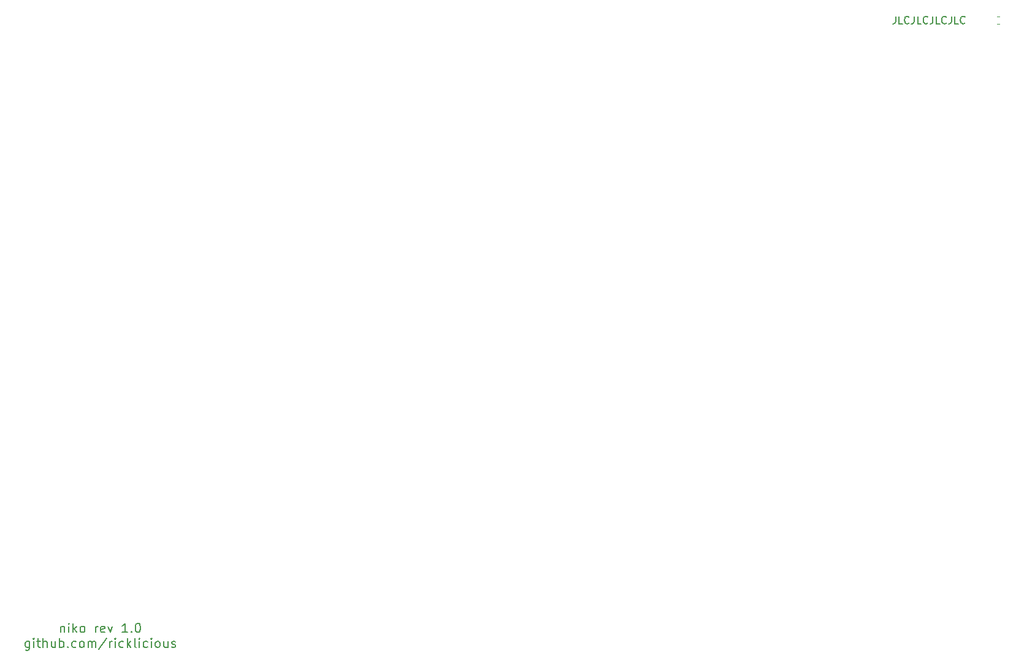
<source format=gbr>
G04 #@! TF.GenerationSoftware,KiCad,Pcbnew,(5.1.4-0)*
G04 #@! TF.CreationDate,2021-11-04T11:38:30-05:00*
G04 #@! TF.ProjectId,bottom_plate,626f7474-6f6d-45f7-906c-6174652e6b69,rev?*
G04 #@! TF.SameCoordinates,Original*
G04 #@! TF.FileFunction,Legend,Top*
G04 #@! TF.FilePolarity,Positive*
%FSLAX46Y46*%
G04 Gerber Fmt 4.6, Leading zero omitted, Abs format (unit mm)*
G04 Created by KiCad (PCBNEW (5.1.4-0)) date 2021-11-04 11:38:30*
%MOMM*%
%LPD*%
G04 APERTURE LIST*
%ADD10C,0.150000*%
%ADD11C,0.200000*%
%ADD12C,0.120000*%
G04 APERTURE END LIST*
D10*
X307326237Y-99465090D02*
X307326237Y-100179376D01*
X307278618Y-100322233D01*
X307183380Y-100417471D01*
X307040523Y-100465090D01*
X306945285Y-100465090D01*
X308278618Y-100465090D02*
X307802427Y-100465090D01*
X307802427Y-99465090D01*
X309183380Y-100369852D02*
X309135761Y-100417471D01*
X308992904Y-100465090D01*
X308897665Y-100465090D01*
X308754808Y-100417471D01*
X308659570Y-100322233D01*
X308611951Y-100226995D01*
X308564332Y-100036519D01*
X308564332Y-99893662D01*
X308611951Y-99703186D01*
X308659570Y-99607948D01*
X308754808Y-99512710D01*
X308897665Y-99465090D01*
X308992904Y-99465090D01*
X309135761Y-99512710D01*
X309183380Y-99560329D01*
X309897665Y-99465090D02*
X309897665Y-100179376D01*
X309850046Y-100322233D01*
X309754808Y-100417471D01*
X309611951Y-100465090D01*
X309516713Y-100465090D01*
X310850046Y-100465090D02*
X310373856Y-100465090D01*
X310373856Y-99465090D01*
X311754808Y-100369852D02*
X311707189Y-100417471D01*
X311564332Y-100465090D01*
X311469094Y-100465090D01*
X311326237Y-100417471D01*
X311230999Y-100322233D01*
X311183380Y-100226995D01*
X311135761Y-100036519D01*
X311135761Y-99893662D01*
X311183380Y-99703186D01*
X311230999Y-99607948D01*
X311326237Y-99512710D01*
X311469094Y-99465090D01*
X311564332Y-99465090D01*
X311707189Y-99512710D01*
X311754808Y-99560329D01*
X312469094Y-99465090D02*
X312469094Y-100179376D01*
X312421475Y-100322233D01*
X312326237Y-100417471D01*
X312183380Y-100465090D01*
X312088142Y-100465090D01*
X313421475Y-100465090D02*
X312945285Y-100465090D01*
X312945285Y-99465090D01*
X314326237Y-100369852D02*
X314278618Y-100417471D01*
X314135761Y-100465090D01*
X314040523Y-100465090D01*
X313897665Y-100417471D01*
X313802427Y-100322233D01*
X313754808Y-100226995D01*
X313707189Y-100036519D01*
X313707189Y-99893662D01*
X313754808Y-99703186D01*
X313802427Y-99607948D01*
X313897665Y-99512710D01*
X314040523Y-99465090D01*
X314135761Y-99465090D01*
X314278618Y-99512710D01*
X314326237Y-99560329D01*
X315040523Y-99465090D02*
X315040523Y-100179376D01*
X314992904Y-100322233D01*
X314897665Y-100417471D01*
X314754808Y-100465090D01*
X314659570Y-100465090D01*
X315992904Y-100465090D02*
X315516713Y-100465090D01*
X315516713Y-99465090D01*
X316897665Y-100369852D02*
X316850046Y-100417471D01*
X316707189Y-100465090D01*
X316611951Y-100465090D01*
X316469094Y-100417471D01*
X316373856Y-100322233D01*
X316326237Y-100226995D01*
X316278618Y-100036519D01*
X316278618Y-99893662D01*
X316326237Y-99703186D01*
X316373856Y-99607948D01*
X316469094Y-99512710D01*
X316611951Y-99465090D01*
X316707189Y-99465090D01*
X316850046Y-99512710D01*
X316897665Y-99560329D01*
D11*
X192047219Y-183701102D02*
X192047219Y-184534436D01*
X192047219Y-183820150D02*
X192106743Y-183760626D01*
X192225790Y-183701102D01*
X192404362Y-183701102D01*
X192523410Y-183760626D01*
X192582933Y-183879674D01*
X192582933Y-184534436D01*
X193178171Y-184534436D02*
X193178171Y-183701102D01*
X193178171Y-183284436D02*
X193118648Y-183343960D01*
X193178171Y-183403483D01*
X193237695Y-183343960D01*
X193178171Y-183284436D01*
X193178171Y-183403483D01*
X193773410Y-184534436D02*
X193773410Y-183284436D01*
X193892457Y-184058245D02*
X194249600Y-184534436D01*
X194249600Y-183701102D02*
X193773410Y-184177293D01*
X194963886Y-184534436D02*
X194844838Y-184474912D01*
X194785314Y-184415388D01*
X194725790Y-184296340D01*
X194725790Y-183939198D01*
X194785314Y-183820150D01*
X194844838Y-183760626D01*
X194963886Y-183701102D01*
X195142457Y-183701102D01*
X195261505Y-183760626D01*
X195321029Y-183820150D01*
X195380552Y-183939198D01*
X195380552Y-184296340D01*
X195321029Y-184415388D01*
X195261505Y-184474912D01*
X195142457Y-184534436D01*
X194963886Y-184534436D01*
X196868648Y-184534436D02*
X196868648Y-183701102D01*
X196868648Y-183939198D02*
X196928171Y-183820150D01*
X196987695Y-183760626D01*
X197106743Y-183701102D01*
X197225790Y-183701102D01*
X198118648Y-184474912D02*
X197999600Y-184534436D01*
X197761505Y-184534436D01*
X197642457Y-184474912D01*
X197582933Y-184355864D01*
X197582933Y-183879674D01*
X197642457Y-183760626D01*
X197761505Y-183701102D01*
X197999600Y-183701102D01*
X198118648Y-183760626D01*
X198178171Y-183879674D01*
X198178171Y-183998721D01*
X197582933Y-184117769D01*
X198594838Y-183701102D02*
X198892457Y-184534436D01*
X199190076Y-183701102D01*
X201273410Y-184534436D02*
X200559124Y-184534436D01*
X200916267Y-184534436D02*
X200916267Y-183284436D01*
X200797219Y-183463007D01*
X200678171Y-183582055D01*
X200559124Y-183641579D01*
X201809124Y-184415388D02*
X201868648Y-184474912D01*
X201809124Y-184534436D01*
X201749600Y-184474912D01*
X201809124Y-184415388D01*
X201809124Y-184534436D01*
X202642457Y-183284436D02*
X202761505Y-183284436D01*
X202880552Y-183343960D01*
X202940076Y-183403483D01*
X202999600Y-183522531D01*
X203059124Y-183760626D01*
X203059124Y-184058245D01*
X202999600Y-184296340D01*
X202940076Y-184415388D01*
X202880552Y-184474912D01*
X202761505Y-184534436D01*
X202642457Y-184534436D01*
X202523410Y-184474912D01*
X202463886Y-184415388D01*
X202404362Y-184296340D01*
X202344838Y-184058245D01*
X202344838Y-183760626D01*
X202404362Y-183522531D01*
X202463886Y-183403483D01*
X202523410Y-183343960D01*
X202642457Y-183284436D01*
X187731743Y-185776102D02*
X187731743Y-186788007D01*
X187672219Y-186907055D01*
X187612695Y-186966579D01*
X187493648Y-187026102D01*
X187315076Y-187026102D01*
X187196029Y-186966579D01*
X187731743Y-186549912D02*
X187612695Y-186609436D01*
X187374600Y-186609436D01*
X187255552Y-186549912D01*
X187196029Y-186490388D01*
X187136505Y-186371340D01*
X187136505Y-186014198D01*
X187196029Y-185895150D01*
X187255552Y-185835626D01*
X187374600Y-185776102D01*
X187612695Y-185776102D01*
X187731743Y-185835626D01*
X188326981Y-186609436D02*
X188326981Y-185776102D01*
X188326981Y-185359436D02*
X188267457Y-185418960D01*
X188326981Y-185478483D01*
X188386505Y-185418960D01*
X188326981Y-185359436D01*
X188326981Y-185478483D01*
X188743648Y-185776102D02*
X189219838Y-185776102D01*
X188922219Y-185359436D02*
X188922219Y-186430864D01*
X188981743Y-186549912D01*
X189100790Y-186609436D01*
X189219838Y-186609436D01*
X189636505Y-186609436D02*
X189636505Y-185359436D01*
X190172219Y-186609436D02*
X190172219Y-185954674D01*
X190112695Y-185835626D01*
X189993648Y-185776102D01*
X189815076Y-185776102D01*
X189696029Y-185835626D01*
X189636505Y-185895150D01*
X191303171Y-185776102D02*
X191303171Y-186609436D01*
X190767457Y-185776102D02*
X190767457Y-186430864D01*
X190826981Y-186549912D01*
X190946029Y-186609436D01*
X191124600Y-186609436D01*
X191243648Y-186549912D01*
X191303171Y-186490388D01*
X191898410Y-186609436D02*
X191898410Y-185359436D01*
X191898410Y-185835626D02*
X192017457Y-185776102D01*
X192255552Y-185776102D01*
X192374600Y-185835626D01*
X192434124Y-185895150D01*
X192493648Y-186014198D01*
X192493648Y-186371340D01*
X192434124Y-186490388D01*
X192374600Y-186549912D01*
X192255552Y-186609436D01*
X192017457Y-186609436D01*
X191898410Y-186549912D01*
X193029362Y-186490388D02*
X193088886Y-186549912D01*
X193029362Y-186609436D01*
X192969838Y-186549912D01*
X193029362Y-186490388D01*
X193029362Y-186609436D01*
X194160314Y-186549912D02*
X194041267Y-186609436D01*
X193803171Y-186609436D01*
X193684124Y-186549912D01*
X193624600Y-186490388D01*
X193565076Y-186371340D01*
X193565076Y-186014198D01*
X193624600Y-185895150D01*
X193684124Y-185835626D01*
X193803171Y-185776102D01*
X194041267Y-185776102D01*
X194160314Y-185835626D01*
X194874600Y-186609436D02*
X194755552Y-186549912D01*
X194696029Y-186490388D01*
X194636505Y-186371340D01*
X194636505Y-186014198D01*
X194696029Y-185895150D01*
X194755552Y-185835626D01*
X194874600Y-185776102D01*
X195053171Y-185776102D01*
X195172219Y-185835626D01*
X195231743Y-185895150D01*
X195291267Y-186014198D01*
X195291267Y-186371340D01*
X195231743Y-186490388D01*
X195172219Y-186549912D01*
X195053171Y-186609436D01*
X194874600Y-186609436D01*
X195826981Y-186609436D02*
X195826981Y-185776102D01*
X195826981Y-185895150D02*
X195886505Y-185835626D01*
X196005552Y-185776102D01*
X196184124Y-185776102D01*
X196303171Y-185835626D01*
X196362695Y-185954674D01*
X196362695Y-186609436D01*
X196362695Y-185954674D02*
X196422219Y-185835626D01*
X196541267Y-185776102D01*
X196719838Y-185776102D01*
X196838886Y-185835626D01*
X196898410Y-185954674D01*
X196898410Y-186609436D01*
X198386505Y-185299912D02*
X197315076Y-186907055D01*
X198803171Y-186609436D02*
X198803171Y-185776102D01*
X198803171Y-186014198D02*
X198862695Y-185895150D01*
X198922219Y-185835626D01*
X199041267Y-185776102D01*
X199160314Y-185776102D01*
X199576981Y-186609436D02*
X199576981Y-185776102D01*
X199576981Y-185359436D02*
X199517457Y-185418960D01*
X199576981Y-185478483D01*
X199636505Y-185418960D01*
X199576981Y-185359436D01*
X199576981Y-185478483D01*
X200707933Y-186549912D02*
X200588886Y-186609436D01*
X200350790Y-186609436D01*
X200231743Y-186549912D01*
X200172219Y-186490388D01*
X200112695Y-186371340D01*
X200112695Y-186014198D01*
X200172219Y-185895150D01*
X200231743Y-185835626D01*
X200350790Y-185776102D01*
X200588886Y-185776102D01*
X200707933Y-185835626D01*
X201243648Y-186609436D02*
X201243648Y-185359436D01*
X201362695Y-186133245D02*
X201719838Y-186609436D01*
X201719838Y-185776102D02*
X201243648Y-186252293D01*
X202434124Y-186609436D02*
X202315076Y-186549912D01*
X202255552Y-186430864D01*
X202255552Y-185359436D01*
X202910314Y-186609436D02*
X202910314Y-185776102D01*
X202910314Y-185359436D02*
X202850790Y-185418960D01*
X202910314Y-185478483D01*
X202969838Y-185418960D01*
X202910314Y-185359436D01*
X202910314Y-185478483D01*
X204041267Y-186549912D02*
X203922219Y-186609436D01*
X203684124Y-186609436D01*
X203565076Y-186549912D01*
X203505552Y-186490388D01*
X203446029Y-186371340D01*
X203446029Y-186014198D01*
X203505552Y-185895150D01*
X203565076Y-185835626D01*
X203684124Y-185776102D01*
X203922219Y-185776102D01*
X204041267Y-185835626D01*
X204576981Y-186609436D02*
X204576981Y-185776102D01*
X204576981Y-185359436D02*
X204517457Y-185418960D01*
X204576981Y-185478483D01*
X204636505Y-185418960D01*
X204576981Y-185359436D01*
X204576981Y-185478483D01*
X205350790Y-186609436D02*
X205231743Y-186549912D01*
X205172219Y-186490388D01*
X205112695Y-186371340D01*
X205112695Y-186014198D01*
X205172219Y-185895150D01*
X205231743Y-185835626D01*
X205350790Y-185776102D01*
X205529362Y-185776102D01*
X205648410Y-185835626D01*
X205707933Y-185895150D01*
X205767457Y-186014198D01*
X205767457Y-186371340D01*
X205707933Y-186490388D01*
X205648410Y-186549912D01*
X205529362Y-186609436D01*
X205350790Y-186609436D01*
X206838886Y-185776102D02*
X206838886Y-186609436D01*
X206303171Y-185776102D02*
X206303171Y-186430864D01*
X206362695Y-186549912D01*
X206481743Y-186609436D01*
X206660314Y-186609436D01*
X206779362Y-186549912D01*
X206838886Y-186490388D01*
X207374600Y-186549912D02*
X207493648Y-186609436D01*
X207731743Y-186609436D01*
X207850790Y-186549912D01*
X207910314Y-186430864D01*
X207910314Y-186371340D01*
X207850790Y-186252293D01*
X207731743Y-186192769D01*
X207553171Y-186192769D01*
X207434124Y-186133245D01*
X207374600Y-186014198D01*
X207374600Y-185954674D01*
X207434124Y-185835626D01*
X207553171Y-185776102D01*
X207731743Y-185776102D01*
X207850790Y-185835626D01*
D12*
X321641552Y-99502626D02*
X321299018Y-99502626D01*
X321641552Y-100522626D02*
X321299018Y-100522626D01*
M02*

</source>
